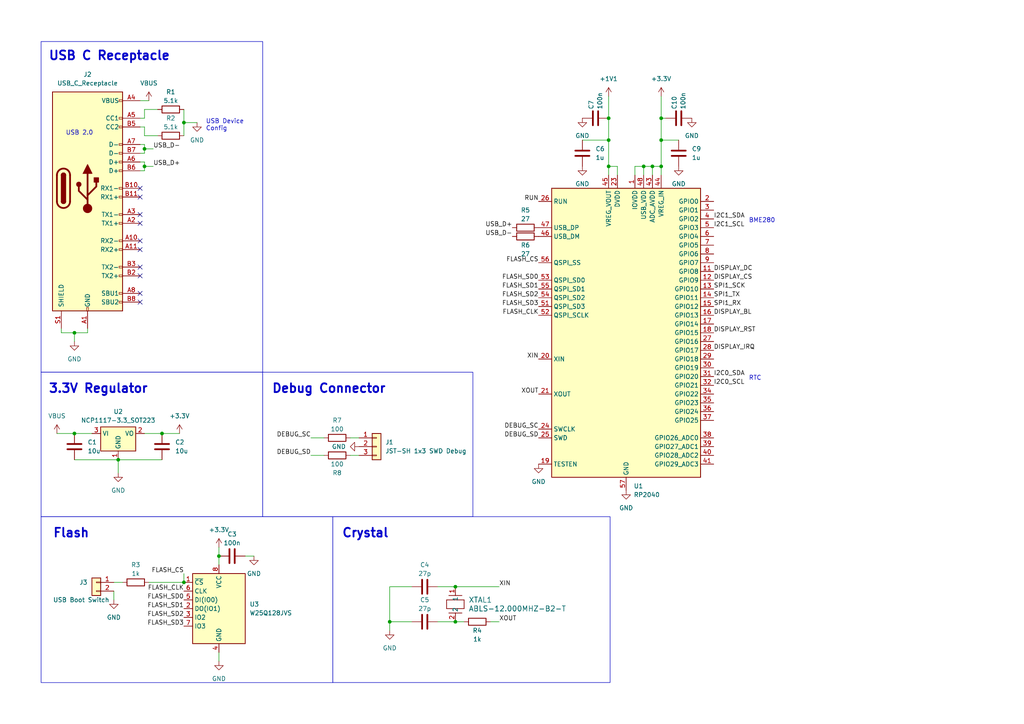
<source format=kicad_sch>
(kicad_sch (version 20230121) (generator eeschema)
  (paper "A4")
  (title_block (title "Innenmodul V2") (date "2024-01-28") (rev "A") (company "HAW Hamburg") (comment 1 "Lasse Kelling") (comment 2 "RP2040 und Kernkomponenten"))
  (lib_symbols
    (symbol "Abracon_ABLS:ABLS-12.000MHZ-B2-T" (pin_names (offset 0.254))
      (property "Reference" "XTAL" (at 5.08 4.445 0))
      (property "Value" "ABLS-12.000MHZ-B2-T" (at 5.08 -4.445 0))
      (symbol "ABLS-12.000MHZ-B2-T_1_1"
        (polyline (pts (xy 2.54 -1.905) (xy 2.54 1.905)) (stroke (width 0.2032)))
        (polyline (pts (xy 3.81 -2.54) (xy 3.81 2.54)) (stroke (width 0.2032)))
        (polyline (pts (xy 3.81 2.54) (xy 6.35 2.54)) (stroke (width 0.2032)))
        (polyline (pts (xy 6.35 -2.54) (xy 3.81 -2.54)) (stroke (width 0.2032)))
        (polyline (pts (xy 6.35 2.54) (xy 6.35 -2.54)) (stroke (width 0.2032)))
        (polyline (pts (xy 7.62 -1.905) (xy 7.62 1.905)) (stroke (width 0.2032)))
        (pin unspecified line (at 0 0 0) (length 2.54) (name "1") (number "1"))
        (pin unspecified line (at 10.16 0 180) (length 2.54) (name "2") (number "2"))
      )
      (symbol "ABLS-12.000MHZ-B2-T_1_2"
        (polyline (pts (xy -2.54 3.81) (xy -2.54 6.35)) (stroke (width 0.2032)))
        (polyline (pts (xy -2.54 6.35) (xy 2.54 6.35)) (stroke (width 0.2032)))
        (polyline (pts (xy 1.905 2.54) (xy -1.905 2.54)) (stroke (width 0.2032)))
        (polyline (pts (xy 1.905 7.62) (xy -1.905 7.62)) (stroke (width 0.2032)))
        (polyline (pts (xy 2.54 3.81) (xy -2.54 3.81)) (stroke (width 0.2032)))
        (polyline (pts (xy 2.54 6.35) (xy 2.54 3.81)) (stroke (width 0.2032)))
        (pin unspecified line (at 0 0 90) (length 2.54) (name "1") (number "1"))
        (pin unspecified line (at 0 10.16 270) (length 2.54) (name "2") (number "2"))
      )
    )
    (symbol "Connector:USB_C_Receptacle" (pin_names (offset 1.016))
      (property "Reference" "J" (at -10.16 29.21 0))
      (property "Value" "USB_C_Receptacle" (at 10.16 29.21 0))
      (symbol "USB_C_Receptacle_0_0"
        (rectangle (start -0.254 -35.56) (end 0.254 -34.544))
        (rectangle (start 10.16 -32.766) (end 9.144 -33.274))
        (rectangle (start 10.16 -30.226) (end 9.144 -30.734))
        (rectangle (start 10.16 -25.146) (end 9.144 -25.654))
        (rectangle (start 10.16 -22.606) (end 9.144 -23.114))
        (rectangle (start 10.16 -17.526) (end 9.144 -18.034))
        (rectangle (start 10.16 -14.986) (end 9.144 -15.494))
        (rectangle (start 10.16 -9.906) (end 9.144 -10.414))
        (rectangle (start 10.16 -7.366) (end 9.144 -7.874))
        (rectangle (start 10.16 -2.286) (end 9.144 -2.794))
        (rectangle (start 10.16 0.254) (end 9.144 -0.254))
        (rectangle (start 10.16 5.334) (end 9.144 4.826))
        (rectangle (start 10.16 7.874) (end 9.144 7.366))
        (rectangle (start 10.16 10.414) (end 9.144 9.906))
        (rectangle (start 10.16 12.954) (end 9.144 12.446))
        (rectangle (start 10.16 18.034) (end 9.144 17.526))
        (rectangle (start 10.16 20.574) (end 9.144 20.066))
        (rectangle (start 10.16 25.654) (end 9.144 25.146))
      )
      (symbol "USB_C_Receptacle_0_1"
        (rectangle (start -10.16 27.94) (end 10.16 -35.56) (stroke (width 0.254)) (fill (type background)))
        (arc (start -8.89 -3.81) (mid -6.985 -5.7067) (end -5.08 -3.81) (stroke (width 0.508)))
        (arc (start -7.62 -3.81) (mid -6.985 -4.4423) (end -6.35 -3.81) (stroke (width 0.254)))
        (arc (start -7.62 -3.81) (mid -6.985 -4.4423) (end -6.35 -3.81) (stroke (width 0.254)) (fill (type outline)))
        (rectangle (start -7.62 -3.81) (end -6.35 3.81) (stroke (width 0.254)) (fill (type outline)))
        (arc (start -6.35 3.81) (mid -6.985 4.4423) (end -7.62 3.81) (stroke (width 0.254)))
        (arc (start -6.35 3.81) (mid -6.985 4.4423) (end -7.62 3.81) (stroke (width 0.254)) (fill (type outline)))
        (arc (start -5.08 3.81) (mid -6.985 5.7067) (end -8.89 3.81) (stroke (width 0.508)))
        (polyline (pts (xy -8.89 -3.81) (xy -8.89 3.81)) (stroke (width 0.508)))
        (polyline (pts (xy -5.08 3.81) (xy -5.08 -3.81)) (stroke (width 0.508)))
      )
      (symbol "USB_C_Receptacle_1_1"
        (circle (center -2.54 1.143) (radius 0.635) (stroke (width 0.254)) (fill (type outline)))
        (circle (center 0 -5.842) (radius 1.27) (fill (type outline)))
        (polyline (pts (xy 0 -5.842) (xy 0 4.318)) (stroke (width 0.508)))
        (polyline (pts (xy 0 -3.302) (xy -2.54 -0.762) (xy -2.54 0.508)) (stroke (width 0.508)))
        (polyline (pts (xy 0 -2.032) (xy 2.54 0.508) (xy 2.54 1.778)) (stroke (width 0.508)))
        (polyline (pts (xy -1.27 4.318) (xy 0 6.858) (xy 1.27 4.318) (xy -1.27 4.318)) (stroke (width 0.254)) (fill (type outline)))
        (rectangle (start 1.905 1.778) (end 3.175 3.048) (stroke (width 0.254)) (fill (type outline)))
        (pin passive line (at 0 -40.64 90) (length 5.08) (name "GND") (number "A1"))
        (pin bidirectional line (at 15.24 -15.24 180) (length 5.08) (name "RX2-") (number "A10"))
        (pin bidirectional line (at 15.24 -17.78 180) (length 5.08) (name "RX2+") (number "A11"))
        (pin passive line (at 0 -40.64 90) (length 5.08) hide (name "GND") (number "A12"))
        (pin bidirectional line (at 15.24 -10.16 180) (length 5.08) (name "TX1+") (number "A2"))
        (pin bidirectional line (at 15.24 -7.62 180) (length 5.08) (name "TX1-") (number "A3"))
        (pin passive line (at 15.24 25.4 180) (length 5.08) (name "VBUS") (number "A4"))
        (pin bidirectional line (at 15.24 20.32 180) (length 5.08) (name "CC1") (number "A5"))
        (pin bidirectional line (at 15.24 7.62 180) (length 5.08) (name "D+") (number "A6"))
        (pin bidirectional line (at 15.24 12.7 180) (length 5.08) (name "D-") (number "A7"))
        (pin bidirectional line (at 15.24 -30.48 180) (length 5.08) (name "SBU1") (number "A8"))
        (pin passive line (at 15.24 25.4 180) (length 5.08) hide (name "VBUS") (number "A9"))
        (pin passive line (at 0 -40.64 90) (length 5.08) hide (name "GND") (number "B1"))
        (pin bidirectional line (at 15.24 0 180) (length 5.08) (name "RX1-") (number "B10"))
        (pin bidirectional line (at 15.24 -2.54 180) (length 5.08) (name "RX1+") (number "B11"))
        (pin passive line (at 0 -40.64 90) (length 5.08) hide (name "GND") (number "B12"))
        (pin bidirectional line (at 15.24 -25.4 180) (length 5.08) (name "TX2+") (number "B2"))
        (pin bidirectional line (at 15.24 -22.86 180) (length 5.08) (name "TX2-") (number "B3"))
        (pin passive line (at 15.24 25.4 180) (length 5.08) hide (name "VBUS") (number "B4"))
        (pin bidirectional line (at 15.24 17.78 180) (length 5.08) (name "CC2") (number "B5"))
        (pin bidirectional line (at 15.24 5.08 180) (length 5.08) (name "D+") (number "B6"))
        (pin bidirectional line (at 15.24 10.16 180) (length 5.08) (name "D-") (number "B7"))
        (pin bidirectional line (at 15.24 -33.02 180) (length 5.08) (name "SBU2") (number "B8"))
        (pin passive line (at 15.24 25.4 180) (length 5.08) hide (name "VBUS") (number "B9"))
        (pin passive line (at -7.62 -40.64 90) (length 5.08) (name "SHIELD") (number "S1"))
      )
    )
    (symbol "Connector_Generic:Conn_01x02" (pin_names (offset 1.016) hide)
      (property "Reference" "J" (at 0 2.54 0))
      (property "Value" "Conn_01x02" (at 0 -5.08 0))
      (symbol "Conn_01x02_1_1"
        (rectangle (start -1.27 -2.413) (end 0 -2.667) (stroke (width 0.1524)))
        (rectangle (start -1.27 0.127) (end 0 -0.127) (stroke (width 0.1524)))
        (rectangle (start -1.27 1.27) (end 1.27 -3.81) (stroke (width 0.254)) (fill (type background)))
        (pin passive line (at -5.08 0 0) (length 3.81) (name "Pin_1") (number "1"))
        (pin passive line (at -5.08 -2.54 0) (length 3.81) (name "Pin_2") (number "2"))
      )
    )
    (symbol "Connector_Generic:Conn_01x03" (pin_names (offset 1.016) hide)
      (property "Reference" "J" (at 0 5.08 0))
      (property "Value" "Conn_01x03" (at 0 -5.08 0))
      (symbol "Conn_01x03_1_1"
        (rectangle (start -1.27 -2.413) (end 0 -2.667) (stroke (width 0.1524)))
        (rectangle (start -1.27 0.127) (end 0 -0.127) (stroke (width 0.1524)))
        (rectangle (start -1.27 2.667) (end 0 2.413) (stroke (width 0.1524)))
        (rectangle (start -1.27 3.81) (end 1.27 -3.81) (stroke (width 0.254)) (fill (type background)))
        (pin passive line (at -5.08 2.54 0) (length 3.81) (name "Pin_1") (number "1"))
        (pin passive line (at -5.08 0 0) (length 3.81) (name "Pin_2") (number "2"))
        (pin passive line (at -5.08 -2.54 0) (length 3.81) (name "Pin_3") (number "3"))
      )
    )
    (symbol "Device:C" (pin_numbers hide) (pin_names (offset 0.254))
      (property "Reference" "C" (at 0.635 2.54 0))
      (property "Value" "C" (at 0.635 -2.54 0))
      (symbol "C_0_1"
        (polyline (pts (xy -2.032 -0.762) (xy 2.032 -0.762)) (stroke (width 0.508)))
        (polyline (pts (xy -2.032 0.762) (xy 2.032 0.762)) (stroke (width 0.508)))
      )
      (symbol "C_1_1"
        (pin passive line (at 0 3.81 270) (length 2.794) (name "~") (number "1"))
        (pin passive line (at 0 -3.81 90) (length 2.794) (name "~") (number "2"))
      )
    )
    (symbol "Device:R" (pin_numbers hide) (pin_names (offset 0))
      (property "Reference" "R" (at 2.032 0 90))
      (property "Value" "R" (at 0 0 90))
      (symbol "R_0_1"
        (rectangle (start -1.016 -2.54) (end 1.016 2.54) (stroke (width 0.254)))
      )
      (symbol "R_1_1"
        (pin passive line (at 0 3.81 270) (length 1.27) (name "~") (number "1"))
        (pin passive line (at 0 -3.81 90) (length 1.27) (name "~") (number "2"))
      )
    )
    (symbol "MCU_RaspberryPi:RP2040"
      (property "Reference" "U" (at 17.78 45.72 0))
      (property "Value" "RP2040" (at 17.78 43.18 0))
      (symbol "RP2040_0_1"
        (rectangle (start -21.59 41.91) (end 21.59 -41.91) (stroke (width 0.254)) (fill (type background)))
      )
      (symbol "RP2040_1_1"
        (pin power_in line (at 2.54 45.72 270) (length 3.81) (name "IOVDD") (number "1"))
        (pin passive line (at 2.54 45.72 270) (length 3.81) hide (name "IOVDD") (number "10"))
        (pin bidirectional line (at 25.4 17.78 180) (length 3.81) (name "GPIO8") (number "11"))
        (pin bidirectional line (at 25.4 15.24 180) (length 3.81) (name "GPIO9") (number "12"))
        (pin bidirectional line (at 25.4 12.7 180) (length 3.81) (name "GPIO10") (number "13"))
        (pin bidirectional line (at 25.4 10.16 180) (length 3.81) (name "GPIO11") (number "14"))
        (pin bidirectional line (at 25.4 7.62 180) (length 3.81) (name "GPIO12") (number "15"))
        (pin bidirectional line (at 25.4 5.08 180) (length 3.81) (name "GPIO13") (number "16"))
        (pin bidirectional line (at 25.4 2.54 180) (length 3.81) (name "GPIO14") (number "17"))
        (pin bidirectional line (at 25.4 0 180) (length 3.81) (name "GPIO15") (number "18"))
        (pin input line (at -25.4 -38.1 0) (length 3.81) (name "TESTEN") (number "19"))
        (pin bidirectional line (at 25.4 38.1 180) (length 3.81) (name "GPIO0") (number "2"))
        (pin input line (at -25.4 -7.62 0) (length 3.81) (name "XIN") (number "20"))
        (pin passive line (at -25.4 -17.78 0) (length 3.81) (name "XOUT") (number "21"))
        (pin passive line (at 2.54 45.72 270) (length 3.81) hide (name "IOVDD") (number "22"))
        (pin power_in line (at -2.54 45.72 270) (length 3.81) (name "DVDD") (number "23"))
        (pin input line (at -25.4 -27.94 0) (length 3.81) (name "SWCLK") (number "24"))
        (pin bidirectional line (at -25.4 -30.48 0) (length 3.81) (name "SWD") (number "25"))
        (pin input line (at -25.4 38.1 0) (length 3.81) (name "RUN") (number "26"))
        (pin bidirectional line (at 25.4 -2.54 180) (length 3.81) (name "GPIO16") (number "27"))
        (pin bidirectional line (at 25.4 -5.08 180) (length 3.81) (name "GPIO17") (number "28"))
        (pin bidirectional line (at 25.4 -7.62 180) (length 3.81) (name "GPIO18") (number "29"))
        (pin bidirectional line (at 25.4 35.56 180) (length 3.81) (name "GPIO1") (number "3"))
        (pin bidirectional line (at 25.4 -10.16 180) (length 3.81) (name "GPIO19") (number "30"))
        (pin bidirectional line (at 25.4 -12.7 180) (length 3.81) (name "GPIO20") (number "31"))
        (pin bidirectional line (at 25.4 -15.24 180) (length 3.81) (name "GPIO21") (number "32"))
        (pin passive line (at 2.54 45.72 270) (length 3.81) hide (name "IOVDD") (number "33"))
        (pin bidirectional line (at 25.4 -17.78 180) (length 3.81) (name "GPIO22") (number "34"))
        (pin bidirectional line (at 25.4 -20.32 180) (length 3.81) (name "GPIO23") (number "35"))
        (pin bidirectional line (at 25.4 -22.86 180) (length 3.81) (name "GPIO24") (number "36"))
        (pin bidirectional line (at 25.4 -25.4 180) (length 3.81) (name "GPIO25") (number "37"))
        (pin bidirectional line (at 25.4 -30.48 180) (length 3.81) (name "GPIO26_ADC0") (number "38"))
        (pin bidirectional line (at 25.4 -33.02 180) (length 3.81) (name "GPIO27_ADC1") (number "39"))
        (pin bidirectional line (at 25.4 33.02 180) (length 3.81) (name "GPIO2") (number "4"))
        (pin bidirectional line (at 25.4 -35.56 180) (length 3.81) (name "GPIO28_ADC2") (number "40"))
        (pin bidirectional line (at 25.4 -38.1 180) (length 3.81) (name "GPIO29_ADC3") (number "41"))
        (pin passive line (at 2.54 45.72 270) (length 3.81) hide (name "IOVDD") (number "42"))
        (pin power_in line (at 7.62 45.72 270) (length 3.81) (name "ADC_AVDD") (number "43"))
        (pin power_in line (at 10.16 45.72 270) (length 3.81) (name "VREG_IN") (number "44"))
        (pin power_out line (at -5.08 45.72 270) (length 3.81) (name "VREG_VOUT") (number "45"))
        (pin bidirectional line (at -25.4 27.94 0) (length 3.81) (name "USB_DM") (number "46"))
        (pin bidirectional line (at -25.4 30.48 0) (length 3.81) (name "USB_DP") (number "47"))
        (pin power_in line (at 5.08 45.72 270) (length 3.81) (name "USB_VDD") (number "48"))
        (pin passive line (at 2.54 45.72 270) (length 3.81) hide (name "IOVDD") (number "49"))
        (pin bidirectional line (at 25.4 30.48 180) (length 3.81) (name "GPIO3") (number "5"))
        (pin passive line (at -2.54 45.72 270) (length 3.81) hide (name "DVDD") (number "50"))
        (pin bidirectional line (at -25.4 7.62 0) (length 3.81) (name "QSPI_SD3") (number "51"))
        (pin output line (at -25.4 5.08 0) (length 3.81) (name "QSPI_SCLK") (number "52"))
        (pin bidirectional line (at -25.4 15.24 0) (length 3.81) (name "QSPI_SD0") (number "53"))
        (pin bidirectional line (at -25.4 10.16 0) (length 3.81) (name "QSPI_SD2") (number "54"))
        (pin bidirectional line (at -25.4 12.7 0) (length 3.81) (name "QSPI_SD1") (number "55"))
        (pin bidirectional line (at -25.4 20.32 0) (length 3.81) (name "QSPI_SS") (number "56"))
        (pin power_in line (at 0 -45.72 90) (length 3.81) (name "GND") (number "57"))
        (pin bidirectional line (at 25.4 27.94 180) (length 3.81) (name "GPIO4") (number "6"))
        (pin bidirectional line (at 25.4 25.4 180) (length 3.81) (name "GPIO5") (number "7"))
        (pin bidirectional line (at 25.4 22.86 180) (length 3.81) (name "GPIO6") (number "8"))
        (pin bidirectional line (at 25.4 20.32 180) (length 3.81) (name "GPIO7") (number "9"))
      )
    )
    (symbol "Memory_Flash:W25Q128JVS"
      (property "Reference" "U" (at -8.89 8.89 0))
      (property "Value" "W25Q128JVS" (at 7.62 8.89 0))
      (symbol "W25Q128JVS_0_1"
        (rectangle (start -7.62 10.16) (end 7.62 -10.16) (stroke (width 0.254)) (fill (type background)))
      )
      (symbol "W25Q128JVS_1_1"
        (pin input line (at -10.16 7.62 0) (length 2.54) (name "~{CS}") (number "1"))
        (pin bidirectional line (at -10.16 0 0) (length 2.54) (name "DO(IO1)") (number "2"))
        (pin bidirectional line (at -10.16 -2.54 0) (length 2.54) (name "IO2") (number "3"))
        (pin power_in line (at 0 -12.7 90) (length 2.54) (name "GND") (number "4"))
        (pin bidirectional line (at -10.16 2.54 0) (length 2.54) (name "DI(IO0)") (number "5"))
        (pin input line (at -10.16 5.08 0) (length 2.54) (name "CLK") (number "6"))
        (pin bidirectional line (at -10.16 -5.08 0) (length 2.54) (name "IO3") (number "7"))
        (pin power_in line (at 0 12.7 270) (length 2.54) (name "VCC") (number "8"))
      )
    )
    (symbol "Regulator_Linear:NCP1117-3.3_SOT223"
      (property "Reference" "U" (at -3.81 3.175 0))
      (property "Value" "NCP1117-3.3_SOT223" (at 0 3.175 0))
      (symbol "NCP1117-3.3_SOT223_0_1"
        (rectangle (start -5.08 -5.08) (end 5.08 1.905) (stroke (width 0.254)) (fill (type background)))
      )
      (symbol "NCP1117-3.3_SOT223_1_1"
        (pin power_in line (at 0 -7.62 90) (length 2.54) (name "GND") (number "1"))
        (pin power_out line (at 7.62 0 180) (length 2.54) (name "VO") (number "2"))
        (pin power_in line (at -7.62 0 0) (length 2.54) (name "VI") (number "3"))
      )
    )
    (symbol "power:+1V1" (power) (pin_names (offset 0))
      (property "Value" "+1V1" (at 0 3.556 0))
      (symbol "+1V1_0_1"
        (polyline (pts (xy -0.762 1.27) (xy 0 2.54)))
        (polyline (pts (xy 0 0) (xy 0 2.54)))
        (polyline (pts (xy 0 2.54) (xy 0.762 1.27)))
      )
      (symbol "+1V1_1_1"
        (pin power_in line (at 0 0 90) (length 0) hide (name "+1V1") (number "1"))
      )
    )
    (symbol "power:+3.3V" (power) (pin_names (offset 0))
      (property "Value" "+3.3V" (at 0 3.556 0))
      (symbol "+3.3V_0_1"
        (polyline (pts (xy -0.762 1.27) (xy 0 2.54)))
        (polyline (pts (xy 0 0) (xy 0 2.54)))
        (polyline (pts (xy 0 2.54) (xy 0.762 1.27)))
      )
      (symbol "+3.3V_1_1"
        (pin power_in line (at 0 0 90) (length 0) hide (name "+3.3V") (number "1"))
      )
    )
    (symbol "power:GND" (power) (pin_names (offset 0))
      (property "Value" "GND" (at 0 -3.81 0))
      (symbol "GND_0_1"
        (polyline (pts (xy 0 0) (xy 0 -1.27) (xy 1.27 -1.27) (xy 0 -2.54) (xy -1.27 -1.27) (xy 0 -1.27)))
      )
      (symbol "GND_1_1"
        (pin power_in line (at 0 0 270) (length 0) hide (name "GND") (number "1"))
      )
    )
    (symbol "power:VBUS" (power) (pin_names (offset 0))
      (property "Value" "VBUS" (at 0 3.81 0))
      (symbol "VBUS_0_1"
        (polyline (pts (xy -0.762 1.27) (xy 0 2.54)))
        (polyline (pts (xy 0 0) (xy 0 2.54)))
        (polyline (pts (xy 0 2.54) (xy 0.762 1.27)))
      )
      (symbol "VBUS_1_1"
        (pin power_in line (at 0 0 90) (length 0) hide (name "VBUS") (number "1"))
      )
    )
  )
  (junction (at 46.99 125.73))
  (junction (at 21.59 125.73))
  (junction (at 53.34 168.91))
  (junction (at 191.77 34.29))
  (junction (at 189.23 48.26))
  (junction (at 21.59 96.52))
  (junction (at 132.08 170.18))
  (junction (at 63.5 161.29))
  (junction (at 41.91 43.18))
  (junction (at 34.29 133.35))
  (junction (at 176.53 48.26))
  (junction (at 176.53 40.64))
  (junction (at 186.69 48.26))
  (junction (at 132.08 180.34))
  (junction (at 41.91 48.26))
  (junction (at 176.53 34.29))
  (junction (at 191.77 40.64))
  (junction (at 113.03 180.34))
  (junction (at 53.34 35.56))
  (junction (at 191.77 48.26))
  (no_connect (at 40.64 62.23))
  (no_connect (at 40.64 85.09))
  (no_connect (at 40.64 57.15))
  (no_connect (at 40.64 69.85))
  (no_connect (at 40.64 80.01))
  (no_connect (at 40.64 87.63))
  (no_connect (at 40.64 64.77))
  (no_connect (at 40.64 54.61))
  (no_connect (at 40.64 77.47))
  (no_connect (at 40.64 72.39))
  (wire (pts (xy 196.85 40.64) (xy 191.77 40.64)))
  (wire (pts (xy 41.91 41.91) (xy 40.64 41.91)))
  (wire (pts (xy 46.99 125.73) (xy 52.07 125.73)))
  (wire (pts (xy 168.91 40.64) (xy 176.53 40.64)))
  (wire (pts (xy 189.23 48.26) (xy 189.23 50.8)))
  (wire (pts (xy 189.23 48.26) (xy 186.69 48.26)))
  (wire (pts (xy 191.77 34.29) (xy 191.77 40.64)))
  (wire (pts (xy 176.53 48.26) (xy 176.53 50.8)))
  (wire (pts (xy 33.02 171.45) (xy 33.02 173.99)))
  (wire (pts (xy 43.18 168.91) (xy 53.34 168.91)))
  (wire (pts (xy 41.91 49.53) (xy 41.91 48.26)))
  (wire (pts (xy 41.91 44.45) (xy 41.91 43.18)))
  (wire (pts (xy 176.53 40.64) (xy 176.53 48.26)))
  (wire (pts (xy 63.5 161.29) (xy 63.5 163.83)))
  (wire (pts (xy 17.78 96.52) (xy 21.59 96.52)))
  (wire (pts (xy 119.38 170.18) (xy 113.03 170.18)))
  (wire (pts (xy 191.77 40.64) (xy 191.77 48.26)))
  (wire (pts (xy 101.6 127) (xy 104.14 127)))
  (wire (pts (xy 17.78 96.52) (xy 17.78 95.25)))
  (wire (pts (xy 63.5 191.77) (xy 63.5 189.23)))
  (wire (pts (xy 41.91 36.83) (xy 40.64 36.83)))
  (wire (pts (xy 90.17 132.08) (xy 93.98 132.08)))
  (wire (pts (xy 191.77 27.94) (xy 191.77 34.29)))
  (wire (pts (xy 193.04 34.29) (xy 191.77 34.29)))
  (wire (pts (xy 127 180.34) (xy 132.08 180.34)))
  (wire (pts (xy 44.45 43.18) (xy 41.91 43.18)))
  (wire (pts (xy 176.53 34.29) (xy 176.53 40.64)))
  (wire (pts (xy 176.53 27.94) (xy 176.53 34.29)))
  (wire (pts (xy 41.91 31.75) (xy 41.91 34.29)))
  (wire (pts (xy 53.34 35.56) (xy 53.34 39.37)))
  (wire (pts (xy 132.08 170.18) (xy 144.78 170.18)))
  (wire (pts (xy 41.91 34.29) (xy 40.64 34.29)))
  (wire (pts (xy 127 170.18) (xy 132.08 170.18)))
  (wire (pts (xy 184.15 48.26) (xy 184.15 50.8)))
  (wire (pts (xy 73.66 161.29) (xy 71.12 161.29)))
  (wire (pts (xy 33.02 168.91) (xy 35.56 168.91)))
  (wire (pts (xy 40.64 49.53) (xy 41.91 49.53)))
  (wire (pts (xy 40.64 29.21) (xy 43.18 29.21)))
  (wire (pts (xy 90.17 127) (xy 93.98 127)))
  (wire (pts (xy 179.07 50.8) (xy 179.07 48.26)))
  (wire (pts (xy 45.72 39.37) (xy 41.91 39.37)))
  (wire (pts (xy 191.77 48.26) (xy 189.23 48.26)))
  (wire (pts (xy 21.59 125.73) (xy 26.67 125.73)))
  (wire (pts (xy 41.91 43.18) (xy 41.91 41.91)))
  (wire (pts (xy 113.03 170.18) (xy 113.03 180.34)))
  (wire (pts (xy 41.91 46.99) (xy 40.64 46.99)))
  (wire (pts (xy 191.77 50.8) (xy 191.77 48.26)))
  (wire (pts (xy 63.5 158.75) (xy 63.5 161.29)))
  (wire (pts (xy 25.4 96.52) (xy 25.4 95.25)))
  (wire (pts (xy 186.69 48.26) (xy 186.69 50.8)))
  (wire (pts (xy 44.45 48.26) (xy 41.91 48.26)))
  (wire (pts (xy 53.34 35.56) (xy 57.15 35.56)))
  (wire (pts (xy 101.6 132.08) (xy 104.14 132.08)))
  (wire (pts (xy 21.59 99.06) (xy 21.59 96.52)))
  (wire (pts (xy 41.91 125.73) (xy 46.99 125.73)))
  (wire (pts (xy 21.59 96.52) (xy 25.4 96.52)))
  (wire (pts (xy 179.07 48.26) (xy 176.53 48.26)))
  (wire (pts (xy 40.64 44.45) (xy 41.91 44.45)))
  (wire (pts (xy 113.03 182.88) (xy 113.03 180.34)))
  (wire (pts (xy 142.24 180.34) (xy 144.78 180.34)))
  (wire (pts (xy 113.03 180.34) (xy 119.38 180.34)))
  (wire (pts (xy 45.72 31.75) (xy 41.91 31.75)))
  (wire (pts (xy 186.69 48.26) (xy 184.15 48.26)))
  (wire (pts (xy 41.91 48.26) (xy 41.91 46.99)))
  (wire (pts (xy 41.91 39.37) (xy 41.91 36.83)))
  (wire (pts (xy 16.51 125.73) (xy 21.59 125.73)))
  (wire (pts (xy 53.34 31.75) (xy 53.34 35.56)))
  (wire (pts (xy 53.34 166.37) (xy 53.34 168.91)))
  (wire (pts (xy 34.29 133.35) (xy 46.99 133.35)))
  (wire (pts (xy 134.62 180.34) (xy 132.08 180.34)))
  (wire (pts (xy 34.29 133.35) (xy 34.29 137.16)))
  (wire (pts (xy 21.59 133.35) (xy 34.29 133.35)))
  (rectangle (start 96.52 149.86) (end 176.9565 197.9635))
  (rectangle (start 11.9186 107.95) (end 76.2 149.86))
  (rectangle (start 11.9152 12.0475) (end 76.2 107.95))
  (rectangle (start 76.2 107.95) (end 137.16 149.86))
  (rectangle (start 11.9183 149.86) (end 96.52 197.9777))
  (text "3.3V Regulator" (at 13.97 114.3 0) (effects (font (size 2.54 2.54) (thickness 0.508) bold) (justify left bottom)))
  (text "RTC" (at 217.17 110.49 0) (effects (font (size 1.27 1.27)) (justify left bottom)))
  (text "USB C Receptacle" (at 13.97 17.78 0) (effects (font (size 2.54 2.54) (thickness 0.508) bold) (justify left bottom)))
  (text "BME280" (at 217.17 64.77 0) (effects (font (size 1.27 1.27)) (justify left bottom)))
  (text "USB Device\nConfig" (at 59.69 38.1 0) (effects (font (size 1.27 1.27)) (justify left bottom)))
  (text "Crystal" (at 99.06 156.21 0) (effects (font (size 2.54 2.54) (thickness 0.508) bold) (justify left bottom)))
  (text "USB 2.0" (at 19.05 39.37 0) (effects (font (size 1.27 1.27)) (justify left bottom)))
  (text "Debug Connector" (at 78.74 114.3 0) (effects (font (size 2.54 2.54) (thickness 0.508) bold) (justify left bottom)))
  (text "Flash" (at 15.24 156.21 0) (effects (font (size 2.54 2.54) (thickness 0.508) bold) (justify left bottom)))
  (label "FLASH_CLK" (at 156.21 91.44 180))
  (label "FLASH_CS" (at 53.34 166.37 180))
  (label "XOUT" (at 144.78 180.34 0))
  (label "FLASH_SD0" (at 156.21 81.28 180))
  (label "SPI1_TX" (at 207.01 86.36 0))
  (label "DISPLAY_DC" (at 207.01 78.74 0))
  (label "I2C0_SDA" (at 207.01 109.22 0))
  (label "FLASH_SD0" (at 53.34 173.99 180))
  (label "USB_D-" (at 148.59 68.58 180))
  (label "FLASH_SD2" (at 53.34 179.07 180))
  (label "SPI1_RX" (at 207.01 88.9 0))
  (label "FLASH_SD2" (at 156.21 86.36 180))
  (label "DISPLAY_BL" (at 207.01 91.44 0))
  (label "RUN" (at 156.21 58.42 180))
  (label "FLASH_SD1" (at 53.34 176.53 180))
  (label "FLASH_SD1" (at 156.21 83.82 180))
  (label "FLASH_CS" (at 156.21 76.2 180))
  (label "DEBUG_SC" (at 90.17 127 180))
  (label "I2C0_SCL" (at 207.01 111.76 0))
  (label "I2C1_SDA" (at 207.01 63.5 0))
  (label "FLASH_CLK" (at 53.34 171.45 180))
  (label "DISPLAY_IRQ" (at 207.01 101.6 0))
  (label "DISPLAY_RST" (at 207.01 96.52 0))
  (label "USB_D+" (at 148.59 66.04 180))
  (label "USB_D-" (at 44.45 43.18 0))
  (label "DEBUG_SD" (at 90.17 132.08 180))
  (label "I2C1_SCL" (at 207.01 66.04 0))
  (label "XIN" (at 144.78 170.18 0))
  (label "USB_D+" (at 44.45 48.26 0))
  (label "SPI1_SCK" (at 207.01 83.82 0))
  (label "FLASH_SD3" (at 156.21 88.9 180))
  (label "DEBUG_SC" (at 156.21 124.46 180))
  (label "DEBUG_SD" (at 156.21 127 180))
  (label "FLASH_SD3" (at 53.34 181.61 180))
  (label "XOUT" (at 156.21 114.3 180))
  (label "DISPLAY_CS" (at 207.01 81.28 0))
  (label "XIN" (at 156.21 104.14 180))
  (symbol (lib_id "Device:C") (at 168.91 44.45 0) (unit 1)
    (property "Reference" "C6" (at 172.72 43.18 0) (effects (justify left)))
    (property "Value" "1u" (at 172.72 45.72 0) (effects (justify left)))
    (property "Footprint" "Capacitor_SMD:C_0402_1005Metric" (effects hide))
  )
  (symbol (lib_id "Device:R") (at 152.4 68.58 90) (unit 1)
    (property "Reference" "R6" (at 152.4 71.12 90))
    (property "Value" "27" (at 152.4 73.66 90))
    (property "Footprint" "Capacitor_SMD:C_0402_1005Metric" (effects hide))
  )
  (symbol (lib_id "Device:R") (at 49.53 39.37 90) (unit 1)
    (property "Reference" "R2" (at 49.53 34.29 90))
    (property "Value" "5.1k" (at 49.53 36.83 90))
    (property "Footprint" "Capacitor_SMD:C_0402_1005Metric" (effects hide))
  )
  (symbol (lib_id "power:+1V1") (at 176.53 27.94 0) (unit 1)
    (property "Reference" "#PWR017" (effects hide))
    (property "Value" "+1V1" (at 176.53 22.86 0))
  )
  (symbol (lib_id "Memory_Flash:W25Q128JVS") (at 63.5 176.53 0) (unit 1)
    (property "Reference" "U3" (at 72.39 175.26 0) (effects (justify left)))
    (property "Value" "W25Q128JVS" (at 72.39 177.8 0) (effects (justify left)))
    (property "Footprint" "Package_SO:SOIC-8_5.23x5.23mm_P1.27mm" (effects hide))
    (property "Datasheet" "http://www.winbond.com/resource-files/w25q128jv_dtr%20revc%2003272018%20plus.pdf" (effects hide))
  )
  (symbol (lib_id "MCU_RaspberryPi:RP2040") (at 181.61 96.52 0) (unit 1)
    (property "Reference" "U1" (at 183.8041 140.97 0) (effects (justify left)))
    (property "Value" "RP2040" (at 183.8041 143.51 0) (effects (justify left)))
    (property "Footprint" "Package_DFN_QFN:QFN-56-1EP_7x7mm_P0.4mm_EP3.2x3.2mm" (effects hide))
    (property "Datasheet" "https://datasheets.raspberrypi.com/rp2040/rp2040-datasheet.pdf" (effects hide))
  )
  (symbol (lib_id "Regulator_Linear:NCP1117-3.3_SOT223") (at 34.29 125.73 0) (unit 1)
    (property "Reference" "U2" (at 34.29 119.38 0))
    (property "Value" "NCP1117-3.3_SOT223" (at 34.29 121.92 0))
    (property "Footprint" "Package_TO_SOT_SMD:SOT-223-3_TabPin2" (effects hide))
    (property "Datasheet" "http://www.onsemi.com/pub_link/Collateral/NCP1117-D.PDF" (effects hide))
  )
  (symbol (lib_id "power:GND") (at 200.66 34.29 0) (unit 1)
    (property "Reference" "#PWR020" (effects hide))
    (property "Value" "GND" (at 200.66 39.37 0))
  )
  (symbol (lib_id "Device:C") (at 196.85 44.45 0) (unit 1)
    (property "Reference" "C9" (at 200.66 43.18 0) (effects (justify left)))
    (property "Value" "1u" (at 200.66 45.72 0) (effects (justify left)))
    (property "Footprint" "Capacitor_SMD:C_0402_1005Metric" (effects hide))
  )
  (symbol (lib_id "power:GND") (at 181.61 142.24 0) (unit 1)
    (property "Reference" "#PWR013" (effects hide))
    (property "Value" "GND" (at 181.61 147.32 0))
  )
  (symbol (lib_id "power:GND") (at 63.5 191.77 0) (unit 1)
    (property "Reference" "#PWR09" (effects hide))
    (property "Value" "GND" (at 63.5 196.85 0))
  )
  (symbol (lib_id "Device:R") (at 97.79 132.08 270) (unit 1)
    (property "Reference" "R8" (at 97.79 137.16 90))
    (property "Value" "100" (at 97.79 134.62 90))
    (property "Footprint" "Capacitor_SMD:C_0402_1005Metric" (effects hide))
  )
  (symbol (lib_id "power:GND") (at 113.03 182.88 0) (unit 1)
    (property "Reference" "#PWR011" (effects hide))
    (property "Value" "GND" (at 113.03 187.96 0))
  )
  (symbol (lib_id "Connector:USB_C_Receptacle") (at 25.4 54.61 0) (unit 1)
    (property "Reference" "J2" (at 25.4 21.59 0))
    (property "Value" "USB_C_Receptacle" (at 25.4 24.13 0))
    (property "Footprint" "Connector_USB:USB_C_Receptacle_Amphenol_12401610E4-2A" (effects hide))
    (property "Datasheet" "https://www.usb.org/sites/default/files/documents/usb_type-c.zip" (effects hide))
  )
  (symbol (lib_id "Device:C") (at 196.85 34.29 90) (unit 1)
    (property "Reference" "C10" (at 195.58 31.75 0) (effects (justify left)))
    (property "Value" "100n" (at 198.12 31.75 0) (effects (justify left)))
    (property "Footprint" "Capacitor_SMD:C_0402_1005Metric" (effects hide))
  )
  (symbol (lib_id "Device:R") (at 152.4 66.04 270) (unit 1)
    (property "Reference" "R5" (at 152.4 60.96 90))
    (property "Value" "27" (at 152.4 63.5 90))
    (property "Footprint" "Capacitor_SMD:C_0402_1005Metric" (effects hide))
  )
  (symbol (lib_id "power:GND") (at 168.91 34.29 0) (unit 1)
    (property "Reference" "#PWR015" (effects hide))
    (property "Value" "GND" (at 168.91 39.37 0))
  )
  (symbol (lib_id "Device:C") (at 21.59 129.54 0) (unit 1)
    (property "Reference" "C1" (at 25.4 128.27 0) (effects (justify left)))
    (property "Value" "10u" (at 25.4 130.81 0) (effects (justify left)))
    (property "Footprint" "Capacitor_SMD:C_0805_2012Metric" (effects hide))
  )
  (symbol (lib_id "Device:C") (at 123.19 170.18 90) (unit 1)
    (property "Reference" "C4" (at 123.19 163.83 90))
    (property "Value" "27p" (at 123.19 166.37 90))
    (property "Footprint" "Capacitor_SMD:C_0402_1005Metric" (effects hide))
  )
  (symbol (lib_id "power:+3.3V") (at 52.07 125.73 0) (unit 1)
    (property "Reference" "#PWR06" (effects hide))
    (property "Value" "+3.3V" (at 52.07 120.65 0))
  )
  (symbol (lib_id "power:VBUS") (at 16.51 125.73 0) (unit 1)
    (property "Reference" "#PWR04" (effects hide))
    (property "Value" "VBUS" (at 16.51 120.65 0))
  )
  (symbol (lib_id "power:VBUS") (at 43.18 29.21 0) (unit 1)
    (property "Reference" "#PWR03" (effects hide))
    (property "Value" "VBUS" (at 43.18 24.13 0))
  )
  (symbol (lib_id "power:GND") (at 33.02 173.99 0) (unit 1)
    (property "Reference" "#PWR010" (effects hide))
    (property "Value" "GND" (at 33.02 179.07 0))
  )
  (symbol (lib_id "Device:C") (at 172.72 34.29 90) (unit 1)
    (property "Reference" "C7" (at 171.45 31.75 0) (effects (justify left)))
    (property "Value" "100n" (at 173.99 31.75 0) (effects (justify left)))
    (property "Footprint" "Capacitor_SMD:C_0402_1005Metric" (effects hide))
  )
  (symbol (lib_id "Device:C") (at 67.31 161.29 90) (unit 1)
    (property "Reference" "C3" (at 67.31 154.94 90))
    (property "Value" "100n" (at 67.31 157.48 90))
    (property "Footprint" "Capacitor_SMD:C_0402_1005Metric" (effects hide))
  )
  (symbol (lib_id "power:GND") (at 57.15 35.56 0) (unit 1)
    (property "Reference" "#PWR01" (effects hide))
    (property "Value" "GND" (at 57.15 40.64 0))
  )
  (symbol (lib_id "power:GND") (at 196.85 48.26 0) (unit 1)
    (property "Reference" "#PWR018" (effects hide))
    (property "Value" "GND" (at 196.85 53.34 0))
  )
  (symbol (lib_id "Connector_Generic:Conn_01x02") (at 27.94 168.91 0) (mirror y) (unit 1)
    (property "Reference" "J3" (at 25.4 168.91 0) (effects (justify left)))
    (property "Value" "USB Boot Switch" (at 31.75 173.99 0) (effects (justify left)))
    (property "Footprint" "Connector_PinHeader_2.54mm:PinHeader_1x02_P2.54mm_Vertical" (effects hide))
  )
  (symbol (lib_id "Abracon_ABLS:ABLS-12.000MHZ-B2-T") (at 132.08 170.18 270) (unit 1)
    (property "Reference" "XTAL1" (at 135.89 173.99 90) (effects (font (size 1.524 1.524)) (justify left)))
    (property "Value" "ABLS-12.000MHZ-B2-T" (at 135.89 176.53 90) (effects (font (size 1.524 1.524)) (justify left)))
    (property "Footprint" "XTAL_HC-Abracon-ABLS:XTAL_HC&slash_49US_ABLS_ABR" (effects hide))
    (property "Datasheet" "ABLS-12.000MHZ-B2-T" (effects hide))
  )
  (symbol (lib_id "Connector_Generic:Conn_01x03") (at 109.22 129.54 0) (unit 1)
    (property "Reference" "J1" (at 111.76 128.27 0) (effects (justify left)))
    (property "Value" "JST-SH 1x3 SWD Debug" (at 111.76 130.81 0) (effects (justify left)))
    (property "Footprint" "Connector_JST:JST_SH_BM03B-SRSS-TB_1x03-1MP_P1.00mm_Vertical" (effects hide))
  )
  (symbol (lib_id "power:+3.3V") (at 63.5 158.75 0) (unit 1)
    (property "Reference" "#PWR07" (effects hide))
    (property "Value" "+3.3V" (at 63.5 153.67 0))
  )
  (symbol (lib_id "Device:R") (at 138.43 180.34 90) (unit 1)
    (property "Reference" "R4" (at 138.43 182.88 90))
    (property "Value" "1k" (at 138.43 185.42 90))
    (property "Footprint" "Capacitor_SMD:C_0402_1005Metric" (effects hide))
  )
  (symbol (lib_id "power:GND") (at 34.29 137.16 0) (unit 1)
    (property "Reference" "#PWR05" (effects hide))
    (property "Value" "GND" (at 34.29 142.24 0))
  )
  (symbol (lib_id "power:+3.3V") (at 191.77 27.94 0) (unit 1)
    (property "Reference" "#PWR019" (effects hide))
    (property "Value" "+3.3V" (at 191.77 22.86 0))
  )
  (symbol (lib_id "Device:R") (at 49.53 31.75 90) (unit 1)
    (property "Reference" "R1" (at 49.53 26.67 90))
    (property "Value" "5.1k" (at 49.53 29.21 90))
    (property "Footprint" "Capacitor_SMD:C_0402_1005Metric" (effects hide))
  )
  (symbol (lib_id "power:GND") (at 156.21 134.62 0) (unit 1)
    (property "Reference" "#PWR012" (effects hide))
    (property "Value" "GND" (at 156.21 139.7 0))
  )
  (symbol (lib_id "Device:R") (at 39.37 168.91 90) (unit 1)
    (property "Reference" "R3" (at 39.37 163.83 90))
    (property "Value" "1k" (at 39.37 166.37 90))
    (property "Footprint" "Capacitor_SMD:C_0402_1005Metric" (effects hide))
  )
  (symbol (lib_id "Device:C") (at 46.99 129.54 0) (unit 1)
    (property "Reference" "C2" (at 50.8 128.27 0) (effects (justify left)))
    (property "Value" "10u" (at 50.8 130.81 0) (effects (justify left)))
    (property "Footprint" "Capacitor_SMD:C_0805_2012Metric" (effects hide))
  )
  (symbol (lib_id "power:GND") (at 73.66 161.29 0) (unit 1)
    (property "Reference" "#PWR08" (effects hide))
    (property "Value" "GND" (at 73.66 166.37 0))
  )
  (symbol (lib_id "power:GND") (at 168.91 48.26 0) (unit 1)
    (property "Reference" "#PWR016" (effects hide))
    (property "Value" "GND" (at 168.91 53.34 0))
  )
  (symbol (lib_id "power:GND") (at 104.14 129.54 270) (unit 1)
    (property "Reference" "#PWR014" (effects hide))
    (property "Value" "GND" (at 100.33 129.54 90) (effects (justify right)))
  )
  (symbol (lib_id "Device:C") (at 123.19 180.34 90) (unit 1)
    (property "Reference" "C5" (at 123.19 173.99 90))
    (property "Value" "27p" (at 123.19 176.53 90))
    (property "Footprint" "Capacitor_SMD:C_0402_1005Metric" (effects hide))
  )
  (symbol (lib_id "power:GND") (at 21.59 99.06 0) (unit 1)
    (property "Reference" "#PWR02" (effects hide))
    (property "Value" "GND" (at 21.59 104.14 0))
  )
  (symbol (lib_id "Device:R") (at 97.79 127 270) (unit 1)
    (property "Reference" "R7" (at 97.79 121.92 90))
    (property "Value" "100" (at 97.79 124.46 90))
    (property "Footprint" "Capacitor_SMD:C_0402_1005Metric" (effects hide))
  )
  (sheet (at 313.69 1.27) (size 330.2 209.55) (stroke (width 0.1524))
    (property "Sheetname" "Display-RTC" (at 313.69 0.5584 0) (effects (justify left bottom)))
    (property "Sheetfile" "Display-RTC.kicad_sch" (at 313.69 211.4046 0) (effects (justify left top)))
  )
)
</source>
